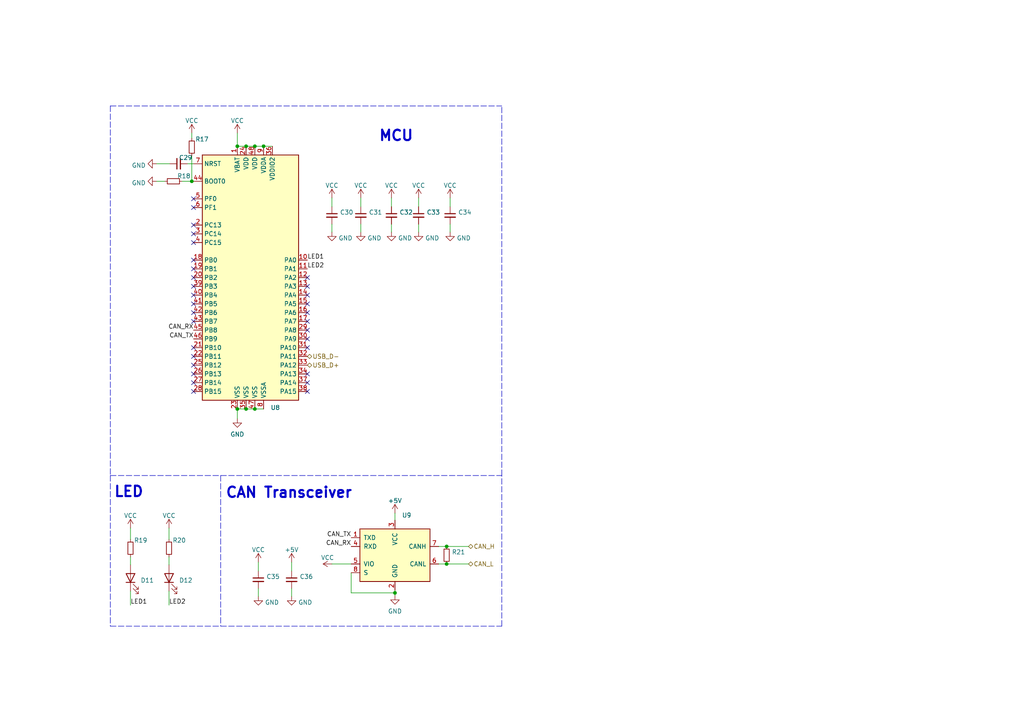
<source format=kicad_sch>
(kicad_sch (version 20211123) (generator eeschema)
  (paper "A4")
  (lib_symbols
    (symbol "Device:C_Small" (pin_numbers hide) (pin_names (offset 0.254) hide)
      (property "Reference" "C" (at 0.254 1.778 0))
      (property "Value" "C_Small" (at 0.254 -2.032 0))
      (symbol "C_Small_0_1"
        (polyline (pts (xy -1.524 -0.508) (xy 1.524 -0.508)) (stroke (width 0.3302)))
        (polyline (pts (xy -1.524 0.508) (xy 1.524 0.508)) (stroke (width 0.3048)))
      )
      (symbol "C_Small_1_1"
        (pin passive line (at 0 2.54 270) (length 2.032) (name "~") (number "1"))
        (pin passive line (at 0 -2.54 90) (length 2.032) (name "~") (number "2"))
      )
    )
    (symbol "Device:LED" (pin_numbers hide) (pin_names (offset 1.016) hide)
      (property "Reference" "D" (at 0 2.54 0))
      (property "Value" "LED" (at 0 -2.54 0))
      (symbol "LED_0_1"
        (polyline (pts (xy -1.27 -1.27) (xy -1.27 1.27)) (stroke (width 0.254)))
        (polyline (pts (xy -1.27 0) (xy 1.27 0)))
        (polyline (pts (xy 1.27 -1.27) (xy 1.27 1.27) (xy -1.27 0) (xy 1.27 -1.27)) (stroke (width 0.254)))
        (polyline (pts (xy -3.048 -0.762) (xy -4.572 -2.286) (xy -3.81 -2.286) (xy -4.572 -2.286) (xy -4.572 -1.524)))
        (polyline (pts (xy -1.778 -0.762) (xy -3.302 -2.286) (xy -2.54 -2.286) (xy -3.302 -2.286) (xy -3.302 -1.524)))
      )
      (symbol "LED_1_1"
        (pin passive line (at -3.81 0 0) (length 2.54) (name "K") (number "1"))
        (pin passive line (at 3.81 0 180) (length 2.54) (name "A") (number "2"))
      )
    )
    (symbol "Device:R_Small" (pin_numbers hide) (pin_names (offset 0.254) hide)
      (property "Reference" "R" (at 0.762 0.508 0))
      (property "Value" "R_Small" (at 0.762 -1.016 0))
      (symbol "R_Small_0_1"
        (rectangle (start -0.762 1.778) (end 0.762 -1.778) (stroke (width 0.2032)))
      )
      (symbol "R_Small_1_1"
        (pin passive line (at 0 2.54 270) (length 0.762) (name "~") (number "1"))
        (pin passive line (at 0 -2.54 90) (length 0.762) (name "~") (number "2"))
      )
    )
    (symbol "Interface_CAN_LIN:TJA1051T-3" (pin_names (offset 1.016))
      (property "Reference" "U" (at -10.16 8.89 0))
      (property "Value" "TJA1051T-3" (at 1.27 8.89 0))
      (symbol "TJA1051T-3_0_1"
        (rectangle (start -10.16 7.62) (end 10.16 -7.62) (stroke (width 0.254)) (fill (type background)))
      )
      (symbol "TJA1051T-3_1_1"
        (pin input line (at -12.7 5.08 0) (length 2.54) (name "TXD") (number "1"))
        (pin power_in line (at 0 -10.16 90) (length 2.54) (name "GND") (number "2"))
        (pin power_in line (at 0 10.16 270) (length 2.54) (name "VCC") (number "3"))
        (pin output line (at -12.7 2.54 0) (length 2.54) (name "RXD") (number "4"))
        (pin power_in line (at -12.7 -2.54 0) (length 2.54) (name "VIO") (number "5"))
        (pin bidirectional line (at 12.7 -2.54 180) (length 2.54) (name "CANL") (number "6"))
        (pin bidirectional line (at 12.7 2.54 180) (length 2.54) (name "CANH") (number "7"))
        (pin input line (at -12.7 -5.08 0) (length 2.54) (name "S") (number "8"))
      )
    )
    (symbol "MCU_ST_STM32F0:STM32F072C8Tx"
      (property "Reference" "U" (at -15.24 36.83 0))
      (property "Value" "STM32F072C8Tx" (at 7.62 36.83 0))
      (symbol "STM32F072C8Tx_0_1"
        (rectangle (start -15.24 -35.56) (end 12.7 35.56) (stroke (width 0.254)) (fill (type background)))
      )
      (symbol "STM32F072C8Tx_1_1"
        (pin power_in line (at -5.08 38.1 270) (length 2.54) (name "VBAT") (number "1"))
        (pin bidirectional line (at 15.24 5.08 180) (length 2.54) (name "PA0") (number "10"))
        (pin bidirectional line (at 15.24 2.54 180) (length 2.54) (name "PA1") (number "11"))
        (pin bidirectional line (at 15.24 0 180) (length 2.54) (name "PA2") (number "12"))
        (pin bidirectional line (at 15.24 -2.54 180) (length 2.54) (name "PA3") (number "13"))
        (pin bidirectional line (at 15.24 -5.08 180) (length 2.54) (name "PA4") (number "14"))
        (pin bidirectional line (at 15.24 -7.62 180) (length 2.54) (name "PA5") (number "15"))
        (pin bidirectional line (at 15.24 -10.16 180) (length 2.54) (name "PA6") (number "16"))
        (pin bidirectional line (at 15.24 -12.7 180) (length 2.54) (name "PA7") (number "17"))
        (pin bidirectional line (at -17.78 5.08 0) (length 2.54) (name "PB0") (number "18"))
        (pin bidirectional line (at -17.78 2.54 0) (length 2.54) (name "PB1") (number "19"))
        (pin bidirectional line (at -17.78 15.24 0) (length 2.54) (name "PC13") (number "2"))
        (pin bidirectional line (at -17.78 0 0) (length 2.54) (name "PB2") (number "20"))
        (pin bidirectional line (at -17.78 -20.32 0) (length 2.54) (name "PB10") (number "21"))
        (pin bidirectional line (at -17.78 -22.86 0) (length 2.54) (name "PB11") (number "22"))
        (pin power_in line (at -5.08 -38.1 90) (length 2.54) (name "VSS") (number "23"))
        (pin power_in line (at -2.54 38.1 270) (length 2.54) (name "VDD") (number "24"))
        (pin bidirectional line (at -17.78 -25.4 0) (length 2.54) (name "PB12") (number "25"))
        (pin bidirectional line (at -17.78 -27.94 0) (length 2.54) (name "PB13") (number "26"))
        (pin bidirectional line (at -17.78 -30.48 0) (length 2.54) (name "PB14") (number "27"))
        (pin bidirectional line (at -17.78 -33.02 0) (length 2.54) (name "PB15") (number "28"))
        (pin bidirectional line (at 15.24 -15.24 180) (length 2.54) (name "PA8") (number "29"))
        (pin bidirectional line (at -17.78 12.7 0) (length 2.54) (name "PC14") (number "3"))
        (pin bidirectional line (at 15.24 -17.78 180) (length 2.54) (name "PA9") (number "30"))
        (pin bidirectional line (at 15.24 -20.32 180) (length 2.54) (name "PA10") (number "31"))
        (pin bidirectional line (at 15.24 -22.86 180) (length 2.54) (name "PA11") (number "32"))
        (pin bidirectional line (at 15.24 -25.4 180) (length 2.54) (name "PA12") (number "33"))
        (pin bidirectional line (at 15.24 -27.94 180) (length 2.54) (name "PA13") (number "34"))
        (pin power_in line (at -2.54 -38.1 90) (length 2.54) (name "VSS") (number "35"))
        (pin power_in line (at 5.08 38.1 270) (length 2.54) (name "VDDIO2") (number "36"))
        (pin bidirectional line (at 15.24 -30.48 180) (length 2.54) (name "PA14") (number "37"))
        (pin bidirectional line (at 15.24 -33.02 180) (length 2.54) (name "PA15") (number "38"))
        (pin bidirectional line (at -17.78 -2.54 0) (length 2.54) (name "PB3") (number "39"))
        (pin bidirectional line (at -17.78 10.16 0) (length 2.54) (name "PC15") (number "4"))
        (pin bidirectional line (at -17.78 -5.08 0) (length 2.54) (name "PB4") (number "40"))
        (pin bidirectional line (at -17.78 -7.62 0) (length 2.54) (name "PB5") (number "41"))
        (pin bidirectional line (at -17.78 -10.16 0) (length 2.54) (name "PB6") (number "42"))
        (pin bidirectional line (at -17.78 -12.7 0) (length 2.54) (name "PB7") (number "43"))
        (pin input line (at -17.78 27.94 0) (length 2.54) (name "BOOT0") (number "44"))
        (pin bidirectional line (at -17.78 -15.24 0) (length 2.54) (name "PB8") (number "45"))
        (pin bidirectional line (at -17.78 -17.78 0) (length 2.54) (name "PB9") (number "46"))
        (pin power_in line (at 0 -38.1 90) (length 2.54) (name "VSS") (number "47"))
        (pin power_in line (at 0 38.1 270) (length 2.54) (name "VDD") (number "48"))
        (pin input line (at -17.78 22.86 0) (length 2.54) (name "PF0") (number "5"))
        (pin input line (at -17.78 20.32 0) (length 2.54) (name "PF1") (number "6"))
        (pin input line (at -17.78 33.02 0) (length 2.54) (name "NRST") (number "7"))
        (pin power_in line (at 2.54 -38.1 90) (length 2.54) (name "VSSA") (number "8"))
        (pin power_in line (at 2.54 38.1 270) (length 2.54) (name "VDDA") (number "9"))
      )
    )
    (symbol "power:+5V" (power) (pin_names (offset 0))
      (property "Value" "+5V" (at 0 3.556 0))
      (symbol "+5V_0_1"
        (polyline (pts (xy -0.762 1.27) (xy 0 2.54)))
        (polyline (pts (xy 0 0) (xy 0 2.54)))
        (polyline (pts (xy 0 2.54) (xy 0.762 1.27)))
      )
      (symbol "+5V_1_1"
        (pin power_in line (at 0 0 90) (length 0) hide (name "+5V") (number "1"))
      )
    )
    (symbol "power:GND" (power) (pin_names (offset 0))
      (property "Value" "GND" (at 0 -3.81 0))
      (symbol "GND_0_1"
        (polyline (pts (xy 0 0) (xy 0 -1.27) (xy 1.27 -1.27) (xy 0 -2.54) (xy -1.27 -1.27) (xy 0 -1.27)))
      )
      (symbol "GND_1_1"
        (pin power_in line (at 0 0 270) (length 0) hide (name "GND") (number "1"))
      )
    )
    (symbol "power:VCC" (power) (pin_names (offset 0))
      (property "Value" "VCC" (at 0 3.81 0))
      (symbol "VCC_0_1"
        (polyline (pts (xy -0.762 1.27) (xy 0 2.54)))
        (polyline (pts (xy 0 0) (xy 0 2.54)))
        (polyline (pts (xy 0 2.54) (xy 0.762 1.27)))
      )
      (symbol "VCC_1_1"
        (pin power_in line (at 0 0 90) (length 0) hide (name "VCC") (number "1"))
      )
    )
  )
  (junction (at 114.554 171.958))
  (junction (at 71.374 42.418))
  (junction (at 129.54 163.576))
  (junction (at 73.914 42.418))
  (junction (at 76.454 42.418))
  (junction (at 73.914 118.618))
  (junction (at 71.374 118.618))
  (junction (at 129.54 158.496))
  (junction (at 68.834 118.618))
  (junction (at 55.626 52.578))
  (junction (at 68.834 42.418))
  (no_connect (at 56.134 70.358))
  (no_connect (at 56.134 88.138))
  (no_connect (at 56.134 77.978))
  (no_connect (at 89.154 85.598))
  (no_connect (at 89.154 95.758))
  (no_connect (at 89.154 90.678))
  (no_connect (at 56.134 90.678))
  (no_connect (at 56.134 93.218))
  (no_connect (at 56.134 85.598))
  (no_connect (at 56.134 67.818))
  (no_connect (at 56.134 103.378))
  (no_connect (at 56.134 75.438))
  (no_connect (at 56.134 113.538))
  (no_connect (at 56.134 80.518))
  (no_connect (at 56.134 105.918))
  (no_connect (at 89.154 108.458))
  (no_connect (at 89.154 110.998))
  (no_connect (at 89.154 100.838))
  (no_connect (at 89.154 88.138))
  (no_connect (at 56.134 60.198))
  (no_connect (at 89.154 113.538))
  (no_connect (at 56.134 108.458))
  (no_connect (at 89.154 83.058))
  (no_connect (at 89.154 80.518))
  (no_connect (at 89.154 93.218))
  (no_connect (at 56.134 100.838))
  (no_connect (at 56.134 83.058))
  (no_connect (at 56.134 57.658))
  (no_connect (at 56.134 65.278))
  (no_connect (at 56.134 110.998))
  (no_connect (at 89.154 98.298))
  (wire (pts (xy 52.832 52.578) (xy 55.626 52.578)))
  (wire (pts (xy 49.022 171.45) (xy 49.022 175.514)))
  (wire (pts (xy 73.914 42.418) (xy 76.454 42.418)))
  (wire (pts (xy 55.626 52.578) (xy 56.134 52.578)))
  (wire (pts (xy 54.356 47.498) (xy 56.134 47.498)))
  (wire (pts (xy 127.254 158.496) (xy 129.54 158.496)))
  (wire (pts (xy 68.834 42.418) (xy 71.374 42.418)))
  (polyline (pts (xy 64.008 137.922) (xy 64.008 181.61)))
  (wire (pts (xy 73.914 118.618) (xy 76.454 118.618)))
  (wire (pts (xy 114.554 171.196) (xy 114.554 171.958)))
  (wire (pts (xy 104.648 65.024) (xy 104.648 67.31)))
  (wire (pts (xy 55.626 38.608) (xy 55.626 40.132)))
  (polyline (pts (xy 32.004 30.734) (xy 32.004 137.922)))
  (wire (pts (xy 96.266 57.404) (xy 96.266 59.944)))
  (polyline (pts (xy 32.004 30.734) (xy 145.542 30.734)))
  (wire (pts (xy 68.834 118.618) (xy 71.374 118.618)))
  (polyline (pts (xy 32.004 137.922) (xy 145.542 137.922)))
  (wire (pts (xy 121.412 65.024) (xy 121.412 67.31)))
  (wire (pts (xy 130.556 65.024) (xy 130.556 67.31)))
  (wire (pts (xy 49.022 153.162) (xy 49.022 156.464)))
  (wire (pts (xy 129.54 158.496) (xy 135.89 158.496)))
  (wire (pts (xy 71.374 42.418) (xy 73.914 42.418)))
  (wire (pts (xy 84.582 170.688) (xy 84.582 172.974)))
  (wire (pts (xy 121.412 57.404) (xy 121.412 59.944)))
  (wire (pts (xy 104.648 57.404) (xy 104.648 59.944)))
  (wire (pts (xy 37.846 161.544) (xy 37.846 163.83)))
  (wire (pts (xy 37.846 171.45) (xy 37.846 175.514)))
  (wire (pts (xy 101.854 171.958) (xy 114.554 171.958)))
  (wire (pts (xy 76.454 42.418) (xy 78.994 42.418)))
  (polyline (pts (xy 32.004 137.922) (xy 32.004 181.61)))
  (wire (pts (xy 101.854 166.116) (xy 101.854 171.958)))
  (polyline (pts (xy 145.542 137.922) (xy 145.542 30.734)))
  (wire (pts (xy 45.466 47.498) (xy 49.276 47.498)))
  (wire (pts (xy 68.834 118.618) (xy 68.834 121.412)))
  (wire (pts (xy 113.538 57.404) (xy 113.538 59.944)))
  (wire (pts (xy 129.54 163.576) (xy 135.89 163.576)))
  (wire (pts (xy 55.626 45.212) (xy 55.626 52.578)))
  (polyline (pts (xy 32.004 181.61) (xy 145.542 181.61)))
  (wire (pts (xy 84.582 163.068) (xy 84.582 165.608)))
  (wire (pts (xy 74.93 170.688) (xy 74.93 172.974)))
  (wire (pts (xy 113.538 65.024) (xy 113.538 67.31)))
  (wire (pts (xy 114.554 171.958) (xy 114.554 172.72)))
  (wire (pts (xy 130.556 57.404) (xy 130.556 59.944)))
  (wire (pts (xy 71.374 118.618) (xy 73.914 118.618)))
  (wire (pts (xy 68.834 38.608) (xy 68.834 42.418)))
  (wire (pts (xy 127.254 163.576) (xy 129.54 163.576)))
  (wire (pts (xy 49.022 161.544) (xy 49.022 163.83)))
  (wire (pts (xy 74.93 163.068) (xy 74.93 165.608)))
  (wire (pts (xy 114.554 148.844) (xy 114.554 150.876)))
  (polyline (pts (xy 145.542 181.61) (xy 145.542 137.922)))
  (wire (pts (xy 96.266 65.024) (xy 96.266 67.31)))
  (wire (pts (xy 96.266 163.576) (xy 101.854 163.576)))
  (wire (pts (xy 45.466 52.578) (xy 47.752 52.578)))
  (wire (pts (xy 37.846 153.162) (xy 37.846 156.464)))
  (text "CAN Transceiver" (at 65.278 144.78 0) (effects (font (size 3 3) (thickness 0.6) bold) (justify left bottom)))
  (text "LED" (at 32.893 144.526 0) (effects (font (size 3 3) (thickness 0.6) bold) (justify left bottom)))
  (text "MCU" (at 109.728 41.275 0) (effects (font (size 3 3) (thickness 0.6) bold) (justify left bottom)))
  (label "CAN_TX" (at 56.134 98.298 180))
  (label "LED2" (at 89.154 77.978 0))
  (label "LED2" (at 49.022 175.514 0))
  (label "LED1" (at 37.846 175.514 0))
  (label "CAN_TX" (at 101.854 155.956 180))
  (label "LED1" (at 89.154 75.438 0))
  (label "CAN_RX" (at 101.854 158.496 180))
  (label "CAN_RX" (at 56.134 95.758 180))
  (hierarchical_label "CAN_L" (shape bidirectional) (at 135.89 163.576 0))
  (hierarchical_label "CAN_H" (shape bidirectional) (at 135.89 158.496 0))
  (hierarchical_label "USB_D+" (shape bidirectional) (at 89.154 105.918 0))
  (hierarchical_label "USB_D-" (shape bidirectional) (at 89.154 103.378 0))
  (symbol (lib_id "power:GND") (at 45.466 47.498 270) (unit 1)
    (property "Reference" "#PWR097" (effects hide))
  )
  (symbol (lib_id "power:GND") (at 45.466 52.578 270) (unit 1)
    (property "Reference" "#PWR098" (effects hide))
  )
  (symbol (lib_id "Device:C_Small") (at 84.582 168.148 0) (unit 1)
    (property "Reference" "C36" (at 86.9061 167.2458 0) (effects (justify left)))
  )
  (symbol (lib_id "power:VCC") (at 49.022 153.162 0) (unit 1)
    (property "Reference" "#PWR0112" (effects hide))
  )
  (symbol (lib_id "power:GND") (at 113.538 67.31 0) (unit 1)
    (property "Reference" "#PWR0106" (effects hide))
  )
  (symbol (lib_id "power:GND") (at 121.412 67.31 0) (unit 1)
    (property "Reference" "#PWR0107" (effects hide))
  )
  (symbol (lib_id "power:GND") (at 68.834 121.412 0) (unit 1)
    (property "Reference" "#PWR0109" (effects hide))
  )
  (symbol (lib_id "Device:C_Small") (at 113.538 62.484 0) (unit 1)
    (property "Reference" "C32" (at 115.8621 61.5818 0) (effects (justify left)))
  )
  (symbol (lib_id "Device:R_Small") (at 50.292 52.578 90) (unit 1)
    (property "Reference" "R18" (at 53.34 51.054 90))
  )
  (symbol (lib_id "Device:C_Small") (at 104.648 62.484 0) (unit 1)
    (property "Reference" "C31" (at 106.9721 61.5818 0) (effects (justify left)))
  )
  (symbol (lib_id "power:VCC") (at 96.266 57.404 0) (unit 1)
    (property "Reference" "#PWR099" (effects hide))
  )
  (symbol (lib_id "power:+5V") (at 84.582 163.068 0) (unit 1)
    (property "Reference" "#PWR0114" (effects hide))
  )
  (symbol (lib_id "power:VCC") (at 113.538 57.404 0) (unit 1)
    (property "Reference" "#PWR0101" (effects hide))
  )
  (symbol (lib_id "power:GND") (at 114.554 172.72 0) (unit 1)
    (property "Reference" "#PWR0116" (effects hide))
  )
  (symbol (lib_id "power:VCC") (at 130.556 57.404 0) (unit 1)
    (property "Reference" "#PWR0103" (effects hide))
  )
  (symbol (lib_id "power:VCC") (at 68.834 38.608 0) (unit 1)
    (property "Reference" "#PWR096" (effects hide))
  )
  (symbol (lib_id "Interface_CAN_LIN:TJA1051T-3") (at 114.554 161.036 0) (unit 1)
    (property "Reference" "U9" (at 116.5734 149.4495 0) (effects (justify left)))
    (property "Datasheet" "http://www.nxp.com/documents/data_sheet/TJA1051.pdf" (effects hide))
  )
  (symbol (lib_id "Device:R_Small") (at 129.54 161.036 0) (unit 1)
    (property "Reference" "R21" (at 131.0386 160.1275 0) (effects (justify left)))
  )
  (symbol (lib_id "Device:C_Small") (at 121.412 62.484 0) (unit 1)
    (property "Reference" "C33" (at 123.7361 61.5818 0) (effects (justify left)))
  )
  (symbol (lib_id "power:GND") (at 96.266 67.31 0) (unit 1)
    (property "Reference" "#PWR0104" (effects hide))
  )
  (symbol (lib_id "power:VCC") (at 74.93 163.068 0) (unit 1)
    (property "Reference" "#PWR0113" (effects hide))
  )
  (symbol (lib_id "Device:R_Small") (at 37.846 159.004 180) (unit 1)
    (property "Reference" "R19" (at 38.862 156.718 0) (effects (justify right)))
  )
  (symbol (lib_id "power:+5V") (at 114.554 148.844 0) (unit 1)
    (property "Reference" "#PWR0110" (effects hide))
  )
  (symbol (lib_id "Device:C_Small") (at 96.266 62.484 0) (unit 1)
    (property "Reference" "C30" (at 98.5901 61.5818 0) (effects (justify left)))
  )
  (symbol (lib_id "power:VCC") (at 37.846 153.162 0) (unit 1)
    (property "Reference" "#PWR0111" (effects hide))
  )
  (symbol (lib_id "power:GND") (at 130.556 67.31 0) (unit 1)
    (property "Reference" "#PWR0108" (effects hide))
  )
  (symbol (lib_id "Device:C_Small") (at 74.93 168.148 0) (unit 1)
    (property "Reference" "C35" (at 77.2541 167.2458 0) (effects (justify left)))
  )
  (symbol (lib_id "Device:C_Small") (at 130.556 62.484 0) (unit 1)
    (property "Reference" "C34" (at 132.8801 61.5818 0) (effects (justify left)))
  )
  (symbol (lib_id "Device:LED") (at 49.022 167.64 90) (unit 1)
    (property "Reference" "D12" (at 51.943 168.319 90) (effects (justify right)))
  )
  (symbol (lib_id "Device:R_Small") (at 55.626 42.672 180) (unit 1)
    (property "Reference" "R17" (at 56.642 40.386 0) (effects (justify right)))
  )
  (symbol (lib_id "MCU_ST_STM32F0:STM32F072C8Tx") (at 73.914 80.518 0) (unit 1)
    (property "Reference" "U8" (at 78.4734 118.2275 0) (effects (justify left)))
    (property "Datasheet" "http://www.st.com/st-web-ui/static/active/en/resource/technical/document/datasheet/DM00090510.pdf" (effects hide))
  )
  (symbol (lib_id "power:VCC") (at 55.626 38.608 0) (unit 1)
    (property "Reference" "#PWR095" (effects hide))
  )
  (symbol (lib_id "power:GND") (at 104.648 67.31 0) (unit 1)
    (property "Reference" "#PWR0105" (effects hide))
  )
  (symbol (lib_id "power:GND") (at 84.582 172.974 0) (unit 1)
    (property "Reference" "#PWR0118" (effects hide))
  )
  (symbol (lib_id "Device:R_Small") (at 49.022 159.004 180) (unit 1)
    (property "Reference" "R20" (at 50.038 156.718 0) (effects (justify right)))
  )
  (symbol (lib_id "power:VCC") (at 104.648 57.404 0) (unit 1)
    (property "Reference" "#PWR0100" (effects hide))
  )
  (symbol (lib_id "Device:C_Small") (at 51.816 47.498 90) (unit 1)
    (property "Reference" "C29" (at 53.848 45.72 90))
  )
  (symbol (lib_id "power:GND") (at 74.93 172.974 0) (unit 1)
    (property "Reference" "#PWR0117" (effects hide))
  )
  (symbol (lib_id "Device:LED") (at 37.846 167.64 90) (unit 1)
    (property "Reference" "D11" (at 40.767 168.319 90) (effects (justify right)))
  )
  (symbol (lib_id "power:VCC") (at 121.412 57.404 0) (unit 1)
    (property "Reference" "#PWR0102" (effects hide))
  )
  (symbol (lib_id "power:VCC") (at 96.266 163.576 90) (mirror x) (unit 1)
    (property "Reference" "#PWR0115" (effects hide))
  )
)
</source>
